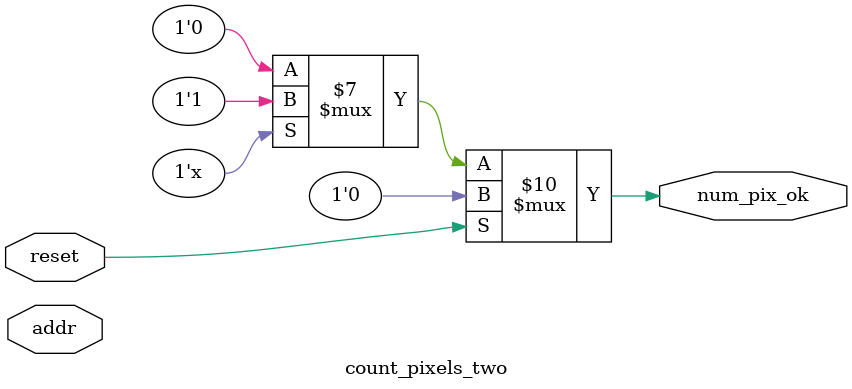
<source format=v>
`timescale 1ns / 1ps
module count_pixels_two(input [18:0] addr, input reset, output reg num_pix_ok

    );

     reg [18:0] pixel_count;
	  reg pixel_received;
	  
	  initial begin
			pixel_count <= 19'd0;
			num_pix_ok <= 1'b0;
		end
     
     always @(addr)begin
	 
			// if reset, clear count and num_pix_ok enable
			if (reset)begin
				pixel_count <= 19'd0;
				num_pix_ok <= 1'b0;
			end
			else begin
				// if pixel received (MATLAB -> FPGA), increment the count
				/*if (pixel_received == 1'b1)begin
					pixel_count <= pixel_count + 1;
				end	*/
				//otherwise, hold the count	
/*				else begin
					pixel_count <= pixel_count;
				end	*/
				// num_pix_ok is an enable used in sys_array module. 
				// If we're past the first two rows of the image, but have not reached the last two, we can 
				// use our window operation.
				// values below for 100x100 image. 
				// had to use 205 instead of 203 due to 2 cycle delay in assigning outputs in sys_array module.
				pixel_count <= addr;
				
				if(pixel_count >= 19'd1285 && pixel_count <= 19'd305915) begin
					num_pix_ok <= 1'b1;
				end	
				// otherwise setting num_pix_ok to 0 will force a black pixel to be returned from sys_array module	
				else begin
					num_pix_ok <= 1'b0;
				end	
					
			end
			
		end


endmodule

</source>
